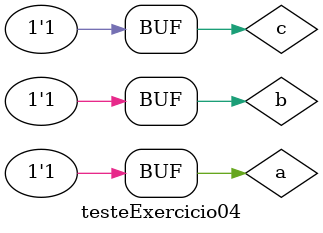
<source format=v>
module Exercicio04(s, a, b, c);
	output s;
	input a, b, c;
	assign s = ~ (a & b & c);
endmodule

module testeExercicio04;
	reg a, b, c;
	wire r, s, t, w, z;

	Exercicio04 NAND1 (r, a, a, a);
	Exercicio04 NAND2 (s, b, b, b);
	Exercicio04 NAND3 (t, c, c, c);
	Exercicio04 NAND4 (w, r, s, t);
	Exercicio04 NAND5 (z, w, w, w);

	initial begin
		a = 0;
		b = 0;
		c = 0;
	end

	initial begin

		$display("Exercicio 04 - Douglas Borges - 417889");
		$display("Tabela verdade da porta NOR com 3 entradas utilizando portas NAND\n");

		#1 $display(" ~( a | b | c )  =  s  =>  ~( ~(a&a&a) & ~(b&b&b) & ~(c&c&c) )  =  s1  =>  ~( s1 & s1 & s1 )  =  s");
		#1 $monitor("    %b   %b   %b       %b             %b          %b          %b          %b          %d    %d    %d        %d", a, b, c, z, r, s, t, w, w, w, w, z);
		#1 a = 0; b = 0; c = 1;
		#1 a = 0; b = 1; c = 0;
		#1 a = 0; b = 1; c = 1;
		#1 a = 1; b = 0; c = 0;
		#1 a = 1; b = 0; c = 1;
		#1 a = 1; b = 1; c = 0;
		#1 a = 1; b = 1; c = 1;

	end

/*
Exercicio 04 - Douglas Borges - 417889
Tabela verdade da porta NOR com 3 entradas utilizando portas NAND

 ~( a | b | c )  =  s  =>  ~( ~(a&a&a) & ~(b&b&b) & ~(c&c&c) )  =  s1  =>  ~( s1 & s1 & s1 )  =  s
    0   0   0       1             1          1          1          0          0    0    0        1
    0   0   1       0             1          1          0          1          1    1    1        0
    0   1   0       0             1          0          1          1          1    1    1        0
    0   1   1       0             1          0          0          1          1    1    1        0
    1   0   0       0             0          1          1          1          1    1    1        0
    1   0   1       0             0          1          0          1          1    1    1        0
    1   1   0       0             0          0          1          1          1    1    1        0
    1   1   1       0             0          0          0          1          1    1    1        0
*/

endmodule
</source>
